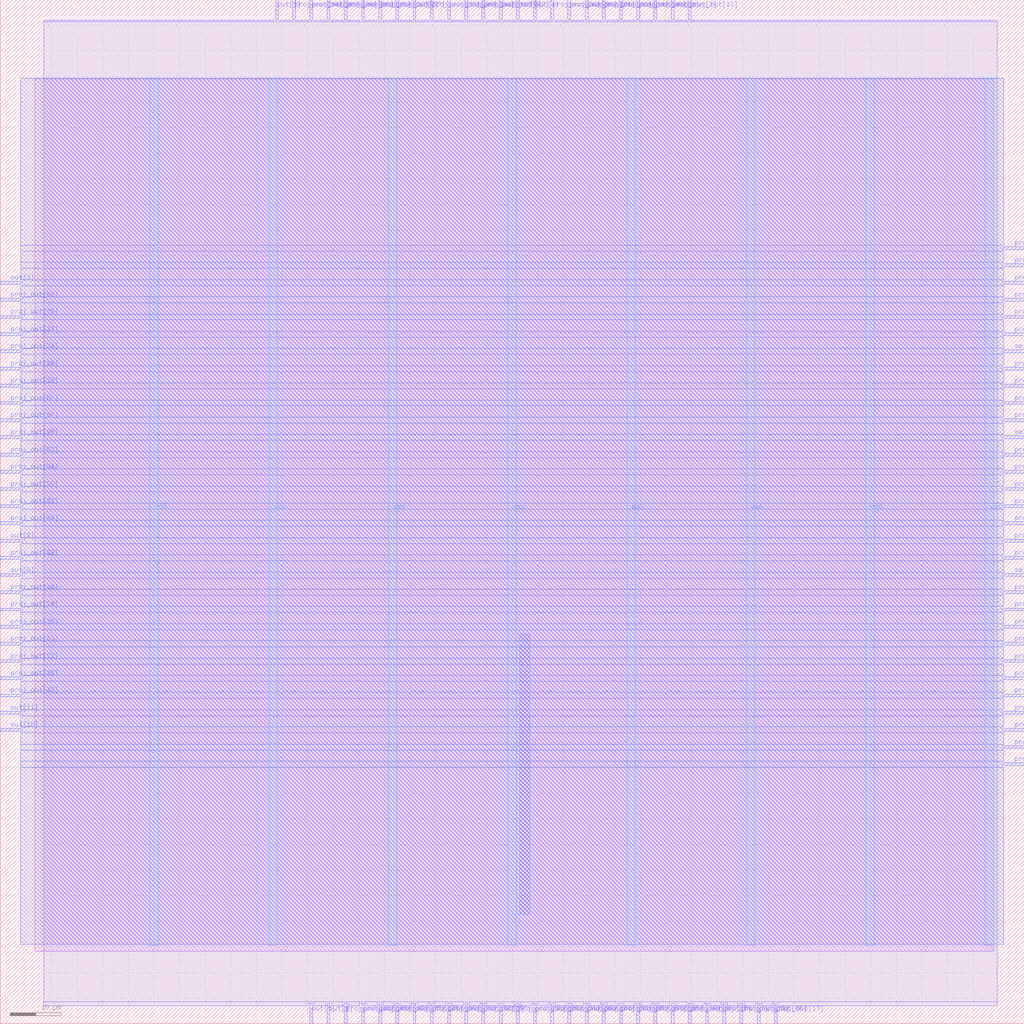
<source format=lef>
VERSION 5.7 ;
  NOWIREEXTENSIONATPIN ON ;
  DIVIDERCHAR "/" ;
  BUSBITCHARS "[]" ;
MACRO output_mux
  CLASS BLOCK ;
  FOREIGN output_mux ;
  ORIGIN 0.000 0.000 ;
  SIZE 200.000 BY 200.000 ;
  PIN out[0]
    DIRECTION OUTPUT TRISTATE ;
    USE SIGNAL ;
    ANTENNADIFFAREA 4.731200 ;
    PORT
      LAYER Metal2 ;
        RECT 100.800 196.000 101.360 200.000 ;
    END
  END out[0]
  PIN out[10]
    DIRECTION OUTPUT TRISTATE ;
    USE SIGNAL ;
    ANTENNADIFFAREA 4.731200 ;
    PORT
      LAYER Metal3 ;
        RECT 0.000 57.120 4.000 57.680 ;
    END
  END out[10]
  PIN out[11]
    DIRECTION OUTPUT TRISTATE ;
    USE SIGNAL ;
    ANTENNADIFFAREA 4.731200 ;
    PORT
      LAYER Metal3 ;
        RECT 0.000 60.480 4.000 61.040 ;
    END
  END out[11]
  PIN out[1]
    DIRECTION OUTPUT TRISTATE ;
    USE SIGNAL ;
    ANTENNADIFFAREA 4.731200 ;
    PORT
      LAYER Metal2 ;
        RECT 53.760 196.000 54.320 200.000 ;
    END
  END out[1]
  PIN out[2]
    DIRECTION OUTPUT TRISTATE ;
    USE SIGNAL ;
    ANTENNADIFFAREA 4.731200 ;
    PORT
      LAYER Metal2 ;
        RECT 80.640 196.000 81.200 200.000 ;
    END
  END out[2]
  PIN out[3]
    DIRECTION OUTPUT TRISTATE ;
    USE SIGNAL ;
    ANTENNADIFFAREA 4.731200 ;
    PORT
      LAYER Metal3 ;
        RECT 0.000 144.480 4.000 145.040 ;
    END
  END out[3]
  PIN out[4]
    DIRECTION OUTPUT TRISTATE ;
    USE SIGNAL ;
    ANTENNADIFFAREA 4.731200 ;
    PORT
      LAYER Metal2 ;
        RECT 104.160 196.000 104.720 200.000 ;
    END
  END out[4]
  PIN out[5]
    DIRECTION OUTPUT TRISTATE ;
    USE SIGNAL ;
    ANTENNADIFFAREA 4.731200 ;
    PORT
      LAYER Metal2 ;
        RECT 60.480 0.000 61.040 4.000 ;
    END
  END out[5]
  PIN out[6]
    DIRECTION OUTPUT TRISTATE ;
    USE SIGNAL ;
    ANTENNADIFFAREA 4.731200 ;
    PORT
      LAYER Metal2 ;
        RECT 63.840 0.000 64.400 4.000 ;
    END
  END out[6]
  PIN out[7]
    DIRECTION OUTPUT TRISTATE ;
    USE SIGNAL ;
    ANTENNADIFFAREA 4.731200 ;
    PORT
      LAYER Metal2 ;
        RECT 97.440 0.000 98.000 4.000 ;
    END
  END out[7]
  PIN out[8]
    DIRECTION OUTPUT TRISTATE ;
    USE SIGNAL ;
    ANTENNADIFFAREA 4.731200 ;
    PORT
      LAYER Metal3 ;
        RECT 0.000 94.080 4.000 94.640 ;
    END
  END out[8]
  PIN out[9]
    DIRECTION OUTPUT TRISTATE ;
    USE SIGNAL ;
    ANTENNADIFFAREA 4.731200 ;
    PORT
      LAYER Metal3 ;
        RECT 0.000 87.360 4.000 87.920 ;
    END
  END out[9]
  PIN proj_out[0]
    DIRECTION INPUT ;
    USE SIGNAL ;
    ANTENNAGATEAREA 0.741000 ;
    ANTENNADIFFAREA 0.410400 ;
    PORT
      LAYER Metal3 ;
        RECT 196.000 151.200 200.000 151.760 ;
    END
  END proj_out[0]
  PIN proj_out[10]
    DIRECTION INPUT ;
    USE SIGNAL ;
    ANTENNAGATEAREA 0.741000 ;
    ANTENNADIFFAREA 0.410400 ;
    PORT
      LAYER Metal3 ;
        RECT 196.000 50.400 200.000 50.960 ;
    END
  END proj_out[10]
  PIN proj_out[11]
    DIRECTION INPUT ;
    USE SIGNAL ;
    ANTENNAGATEAREA 0.741000 ;
    ANTENNADIFFAREA 0.410400 ;
    PORT
      LAYER Metal3 ;
        RECT 196.000 67.200 200.000 67.760 ;
    END
  END proj_out[11]
  PIN proj_out[12]
    DIRECTION INPUT ;
    USE SIGNAL ;
    ANTENNAGATEAREA 0.741000 ;
    ANTENNADIFFAREA 0.410400 ;
    PORT
      LAYER Metal3 ;
        RECT 196.000 120.960 200.000 121.520 ;
    END
  END proj_out[12]
  PIN proj_out[13]
    DIRECTION INPUT ;
    USE SIGNAL ;
    ANTENNAGATEAREA 0.741000 ;
    ANTENNADIFFAREA 0.410400 ;
    PORT
      LAYER Metal2 ;
        RECT 134.400 196.000 134.960 200.000 ;
    END
  END proj_out[13]
  PIN proj_out[14]
    DIRECTION INPUT ;
    USE SIGNAL ;
    ANTENNAGATEAREA 0.741000 ;
    ANTENNADIFFAREA 0.410400 ;
    PORT
      LAYER Metal2 ;
        RECT 120.960 196.000 121.520 200.000 ;
    END
  END proj_out[14]
  PIN proj_out[15]
    DIRECTION INPUT ;
    USE SIGNAL ;
    ANTENNAGATEAREA 0.741000 ;
    ANTENNADIFFAREA 0.410400 ;
    PORT
      LAYER Metal3 ;
        RECT 196.000 134.400 200.000 134.960 ;
    END
  END proj_out[15]
  PIN proj_out[16]
    DIRECTION INPUT ;
    USE SIGNAL ;
    ANTENNAGATEAREA 0.741000 ;
    ANTENNADIFFAREA 0.410400 ;
    PORT
      LAYER Metal3 ;
        RECT 196.000 110.880 200.000 111.440 ;
    END
  END proj_out[16]
  PIN proj_out[17]
    DIRECTION INPUT ;
    USE SIGNAL ;
    ANTENNAGATEAREA 0.741000 ;
    ANTENNADIFFAREA 0.410400 ;
    PORT
      LAYER Metal2 ;
        RECT 151.200 0.000 151.760 4.000 ;
    END
  END proj_out[17]
  PIN proj_out[18]
    DIRECTION INPUT ;
    USE SIGNAL ;
    ANTENNAGATEAREA 0.741000 ;
    ANTENNADIFFAREA 0.410400 ;
    PORT
      LAYER Metal2 ;
        RECT 131.040 0.000 131.600 4.000 ;
    END
  END proj_out[18]
  PIN proj_out[19]
    DIRECTION INPUT ;
    USE SIGNAL ;
    ANTENNAGATEAREA 0.741000 ;
    ANTENNADIFFAREA 0.410400 ;
    PORT
      LAYER Metal2 ;
        RECT 144.480 0.000 145.040 4.000 ;
    END
  END proj_out[19]
  PIN proj_out[1]
    DIRECTION INPUT ;
    USE SIGNAL ;
    ANTENNAGATEAREA 0.741000 ;
    ANTENNADIFFAREA 0.410400 ;
    PORT
      LAYER Metal2 ;
        RECT 131.040 196.000 131.600 200.000 ;
    END
  END proj_out[1]
  PIN proj_out[20]
    DIRECTION INPUT ;
    USE SIGNAL ;
    ANTENNAGATEAREA 0.741000 ;
    ANTENNADIFFAREA 0.410400 ;
    PORT
      LAYER Metal3 ;
        RECT 196.000 97.440 200.000 98.000 ;
    END
  END proj_out[20]
  PIN proj_out[21]
    DIRECTION INPUT ;
    USE SIGNAL ;
    ANTENNAGATEAREA 0.741000 ;
    ANTENNADIFFAREA 0.410400 ;
    PORT
      LAYER Metal3 ;
        RECT 196.000 63.840 200.000 64.400 ;
    END
  END proj_out[21]
  PIN proj_out[22]
    DIRECTION INPUT ;
    USE SIGNAL ;
    ANTENNAGATEAREA 0.741000 ;
    ANTENNADIFFAREA 0.410400 ;
    PORT
      LAYER Metal3 ;
        RECT 196.000 60.480 200.000 61.040 ;
    END
  END proj_out[22]
  PIN proj_out[23]
    DIRECTION INPUT ;
    USE SIGNAL ;
    ANTENNAGATEAREA 0.741000 ;
    ANTENNADIFFAREA 0.410400 ;
    PORT
      LAYER Metal3 ;
        RECT 196.000 84.000 200.000 84.560 ;
    END
  END proj_out[23]
  PIN proj_out[24]
    DIRECTION INPUT ;
    USE SIGNAL ;
    ANTENNAGATEAREA 0.741000 ;
    ANTENNADIFFAREA 0.410400 ;
    PORT
      LAYER Metal3 ;
        RECT 0.000 131.040 4.000 131.600 ;
    END
  END proj_out[24]
  PIN proj_out[25]
    DIRECTION INPUT ;
    USE SIGNAL ;
    ANTENNAGATEAREA 0.741000 ;
    ANTENNADIFFAREA 0.410400 ;
    PORT
      LAYER Metal2 ;
        RECT 70.560 196.000 71.120 200.000 ;
    END
  END proj_out[25]
  PIN proj_out[26]
    DIRECTION INPUT ;
    USE SIGNAL ;
    ANTENNAGATEAREA 0.741000 ;
    ANTENNADIFFAREA 0.410400 ;
    PORT
      LAYER Metal2 ;
        RECT 73.920 196.000 74.480 200.000 ;
    END
  END proj_out[26]
  PIN proj_out[27]
    DIRECTION INPUT ;
    USE SIGNAL ;
    ANTENNAGATEAREA 0.741000 ;
    ANTENNADIFFAREA 0.410400 ;
    PORT
      LAYER Metal3 ;
        RECT 0.000 134.400 4.000 134.960 ;
    END
  END proj_out[27]
  PIN proj_out[28]
    DIRECTION INPUT ;
    USE SIGNAL ;
    ANTENNAGATEAREA 0.741000 ;
    ANTENNADIFFAREA 0.410400 ;
    PORT
      LAYER Metal2 ;
        RECT 107.520 196.000 108.080 200.000 ;
    END
  END proj_out[28]
  PIN proj_out[29]
    DIRECTION INPUT ;
    USE SIGNAL ;
    ANTENNAGATEAREA 0.741000 ;
    ANTENNADIFFAREA 0.410400 ;
    PORT
      LAYER Metal2 ;
        RECT 104.160 0.000 104.720 4.000 ;
    END
  END proj_out[29]
  PIN proj_out[2]
    DIRECTION INPUT ;
    USE SIGNAL ;
    ANTENNAGATEAREA 0.741000 ;
    ANTENNADIFFAREA 0.410400 ;
    PORT
      LAYER Metal2 ;
        RECT 127.680 196.000 128.240 200.000 ;
    END
  END proj_out[2]
  PIN proj_out[30]
    DIRECTION INPUT ;
    USE SIGNAL ;
    ANTENNAGATEAREA 0.741000 ;
    ANTENNADIFFAREA 0.410400 ;
    PORT
      LAYER Metal2 ;
        RECT 100.800 0.000 101.360 4.000 ;
    END
  END proj_out[30]
  PIN proj_out[31]
    DIRECTION INPUT ;
    USE SIGNAL ;
    ANTENNAGATEAREA 0.741000 ;
    ANTENNADIFFAREA 0.410400 ;
    PORT
      LAYER Metal2 ;
        RECT 107.520 0.000 108.080 4.000 ;
    END
  END proj_out[31]
  PIN proj_out[32]
    DIRECTION INPUT ;
    USE SIGNAL ;
    ANTENNAGATEAREA 0.741000 ;
    ANTENNADIFFAREA 0.410400 ;
    PORT
      LAYER Metal3 ;
        RECT 0.000 70.560 4.000 71.120 ;
    END
  END proj_out[32]
  PIN proj_out[33]
    DIRECTION INPUT ;
    USE SIGNAL ;
    ANTENNAGATEAREA 0.741000 ;
    ANTENNADIFFAREA 0.410400 ;
    PORT
      LAYER Metal3 ;
        RECT 0.000 73.920 4.000 74.480 ;
    END
  END proj_out[33]
  PIN proj_out[34]
    DIRECTION INPUT ;
    USE SIGNAL ;
    ANTENNAGATEAREA 0.741000 ;
    ANTENNADIFFAREA 0.410400 ;
    PORT
      LAYER Metal3 ;
        RECT 0.000 80.640 4.000 81.200 ;
    END
  END proj_out[34]
  PIN proj_out[35]
    DIRECTION INPUT ;
    USE SIGNAL ;
    ANTENNAGATEAREA 0.741000 ;
    ANTENNADIFFAREA 0.410400 ;
    PORT
      LAYER Metal3 ;
        RECT 0.000 77.280 4.000 77.840 ;
    END
  END proj_out[35]
  PIN proj_out[36]
    DIRECTION INPUT ;
    USE SIGNAL ;
    ANTENNAGATEAREA 0.741000 ;
    ANTENNADIFFAREA 0.410400 ;
    PORT
      LAYER Metal3 ;
        RECT 0.000 127.680 4.000 128.240 ;
    END
  END proj_out[36]
  PIN proj_out[37]
    DIRECTION INPUT ;
    USE SIGNAL ;
    ANTENNAGATEAREA 0.741000 ;
    ANTENNADIFFAREA 0.410400 ;
    PORT
      LAYER Metal2 ;
        RECT 77.280 196.000 77.840 200.000 ;
    END
  END proj_out[37]
  PIN proj_out[38]
    DIRECTION INPUT ;
    USE SIGNAL ;
    ANTENNAGATEAREA 0.741000 ;
    ANTENNADIFFAREA 0.410400 ;
    PORT
      LAYER Metal2 ;
        RECT 63.840 196.000 64.400 200.000 ;
    END
  END proj_out[38]
  PIN proj_out[39]
    DIRECTION INPUT ;
    USE SIGNAL ;
    ANTENNAGATEAREA 0.741000 ;
    ANTENNADIFFAREA 0.410400 ;
    PORT
      LAYER Metal3 ;
        RECT 0.000 124.320 4.000 124.880 ;
    END
  END proj_out[39]
  PIN proj_out[3]
    DIRECTION INPUT ;
    USE SIGNAL ;
    ANTENNAGATEAREA 0.741000 ;
    ANTENNADIFFAREA 0.410400 ;
    PORT
      LAYER Metal3 ;
        RECT 196.000 141.120 200.000 141.680 ;
    END
  END proj_out[3]
  PIN proj_out[40]
    DIRECTION INPUT ;
    USE SIGNAL ;
    ANTENNAGATEAREA 0.741000 ;
    ANTENNADIFFAREA 0.410400 ;
    PORT
      LAYER Metal3 ;
        RECT 196.000 104.160 200.000 104.720 ;
    END
  END proj_out[40]
  PIN proj_out[41]
    DIRECTION INPUT ;
    USE SIGNAL ;
    ANTENNAGATEAREA 0.741000 ;
    ANTENNADIFFAREA 0.410400 ;
    PORT
      LAYER Metal2 ;
        RECT 67.200 0.000 67.760 4.000 ;
    END
  END proj_out[41]
  PIN proj_out[42]
    DIRECTION INPUT ;
    USE SIGNAL ;
    ANTENNAGATEAREA 0.741000 ;
    ANTENNADIFFAREA 0.410400 ;
    PORT
      LAYER Metal2 ;
        RECT 73.920 0.000 74.480 4.000 ;
    END
  END proj_out[42]
  PIN proj_out[43]
    DIRECTION INPUT ;
    USE SIGNAL ;
    ANTENNAGATEAREA 0.741000 ;
    ANTENNADIFFAREA 0.410400 ;
    PORT
      LAYER Metal2 ;
        RECT 70.560 0.000 71.120 4.000 ;
    END
  END proj_out[43]
  PIN proj_out[44]
    DIRECTION INPUT ;
    USE SIGNAL ;
    ANTENNAGATEAREA 0.741000 ;
    ANTENNADIFFAREA 0.410400 ;
    PORT
      LAYER Metal3 ;
        RECT 0.000 97.440 4.000 98.000 ;
    END
  END proj_out[44]
  PIN proj_out[45]
    DIRECTION INPUT ;
    USE SIGNAL ;
    ANTENNAGATEAREA 0.741000 ;
    ANTENNADIFFAREA 0.410400 ;
    PORT
      LAYER Metal3 ;
        RECT 0.000 67.200 4.000 67.760 ;
    END
  END proj_out[45]
  PIN proj_out[46]
    DIRECTION INPUT ;
    USE SIGNAL ;
    ANTENNAGATEAREA 0.741000 ;
    ANTENNADIFFAREA 0.410400 ;
    PORT
      LAYER Metal3 ;
        RECT 0.000 84.000 4.000 84.560 ;
    END
  END proj_out[46]
  PIN proj_out[47]
    DIRECTION INPUT ;
    USE SIGNAL ;
    ANTENNAGATEAREA 0.741000 ;
    ANTENNADIFFAREA 0.410400 ;
    PORT
      LAYER Metal3 ;
        RECT 0.000 63.840 4.000 64.400 ;
    END
  END proj_out[47]
  PIN proj_out[48]
    DIRECTION INPUT ;
    USE SIGNAL ;
    ANTENNAGATEAREA 0.741000 ;
    ANTENNADIFFAREA 0.410400 ;
    PORT
      LAYER Metal3 ;
        RECT 196.000 137.760 200.000 138.320 ;
    END
  END proj_out[48]
  PIN proj_out[49]
    DIRECTION INPUT ;
    USE SIGNAL ;
    ANTENNAGATEAREA 0.741000 ;
    ANTENNADIFFAREA 0.410400 ;
    PORT
      LAYER Metal2 ;
        RECT 124.320 196.000 124.880 200.000 ;
    END
  END proj_out[49]
  PIN proj_out[4]
    DIRECTION INPUT ;
    USE SIGNAL ;
    ANTENNAGATEAREA 0.741000 ;
    ANTENNADIFFAREA 0.410400 ;
    PORT
      LAYER Metal3 ;
        RECT 196.000 107.520 200.000 108.080 ;
    END
  END proj_out[4]
  PIN proj_out[50]
    DIRECTION INPUT ;
    USE SIGNAL ;
    ANTENNAGATEAREA 0.741000 ;
    ANTENNADIFFAREA 0.410400 ;
    PORT
      LAYER Metal2 ;
        RECT 110.880 196.000 111.440 200.000 ;
    END
  END proj_out[50]
  PIN proj_out[51]
    DIRECTION INPUT ;
    USE SIGNAL ;
    ANTENNAGATEAREA 0.741000 ;
    ANTENNADIFFAREA 0.410400 ;
    PORT
      LAYER Metal3 ;
        RECT 196.000 144.480 200.000 145.040 ;
    END
  END proj_out[51]
  PIN proj_out[52]
    DIRECTION INPUT ;
    USE SIGNAL ;
    ANTENNAGATEAREA 0.741000 ;
    ANTENNADIFFAREA 0.410400 ;
    PORT
      LAYER Metal3 ;
        RECT 196.000 117.600 200.000 118.160 ;
    END
  END proj_out[52]
  PIN proj_out[53]
    DIRECTION INPUT ;
    USE SIGNAL ;
    ANTENNAGATEAREA 0.741000 ;
    ANTENNADIFFAREA 0.410400 ;
    PORT
      LAYER Metal2 ;
        RECT 117.600 0.000 118.160 4.000 ;
    END
  END proj_out[53]
  PIN proj_out[54]
    DIRECTION INPUT ;
    USE SIGNAL ;
    ANTENNAGATEAREA 0.741000 ;
    ANTENNADIFFAREA 0.410400 ;
    PORT
      LAYER Metal2 ;
        RECT 114.240 0.000 114.800 4.000 ;
    END
  END proj_out[54]
  PIN proj_out[55]
    DIRECTION INPUT ;
    USE SIGNAL ;
    ANTENNAGATEAREA 0.741000 ;
    ANTENNADIFFAREA 0.410400 ;
    PORT
      LAYER Metal2 ;
        RECT 120.960 0.000 121.520 4.000 ;
    END
  END proj_out[55]
  PIN proj_out[56]
    DIRECTION INPUT ;
    USE SIGNAL ;
    ANTENNAGATEAREA 0.741000 ;
    ANTENNADIFFAREA 0.410400 ;
    PORT
      LAYER Metal3 ;
        RECT 196.000 100.800 200.000 101.360 ;
    END
  END proj_out[56]
  PIN proj_out[57]
    DIRECTION INPUT ;
    USE SIGNAL ;
    ANTENNAGATEAREA 0.741000 ;
    ANTENNADIFFAREA 0.410400 ;
    PORT
      LAYER Metal3 ;
        RECT 196.000 57.120 200.000 57.680 ;
    END
  END proj_out[57]
  PIN proj_out[58]
    DIRECTION INPUT ;
    USE SIGNAL ;
    ANTENNAGATEAREA 0.741000 ;
    ANTENNADIFFAREA 0.410400 ;
    PORT
      LAYER Metal3 ;
        RECT 196.000 53.760 200.000 54.320 ;
    END
  END proj_out[58]
  PIN proj_out[59]
    DIRECTION INPUT ;
    USE SIGNAL ;
    ANTENNAGATEAREA 0.741000 ;
    ANTENNADIFFAREA 0.410400 ;
    PORT
      LAYER Metal2 ;
        RECT 110.880 0.000 111.440 4.000 ;
    END
  END proj_out[59]
  PIN proj_out[5]
    DIRECTION INPUT ;
    USE SIGNAL ;
    ANTENNAGATEAREA 0.741000 ;
    ANTENNADIFFAREA 0.410400 ;
    PORT
      LAYER Metal2 ;
        RECT 137.760 0.000 138.320 4.000 ;
    END
  END proj_out[5]
  PIN proj_out[60]
    DIRECTION INPUT ;
    USE SIGNAL ;
    ANTENNAGATEAREA 0.741000 ;
    ANTENNADIFFAREA 0.410400 ;
    PORT
      LAYER Metal3 ;
        RECT 196.000 127.680 200.000 128.240 ;
    END
  END proj_out[60]
  PIN proj_out[61]
    DIRECTION INPUT ;
    USE SIGNAL ;
    ANTENNAGATEAREA 0.741000 ;
    ANTENNADIFFAREA 0.410400 ;
    PORT
      LAYER Metal2 ;
        RECT 114.240 196.000 114.800 200.000 ;
    END
  END proj_out[61]
  PIN proj_out[62]
    DIRECTION INPUT ;
    USE SIGNAL ;
    ANTENNAGATEAREA 0.741000 ;
    ANTENNADIFFAREA 0.410400 ;
    PORT
      LAYER Metal2 ;
        RECT 117.600 196.000 118.160 200.000 ;
    END
  END proj_out[62]
  PIN proj_out[63]
    DIRECTION INPUT ;
    USE SIGNAL ;
    ANTENNAGATEAREA 0.741000 ;
    ANTENNADIFFAREA 0.410400 ;
    PORT
      LAYER Metal3 ;
        RECT 196.000 124.320 200.000 124.880 ;
    END
  END proj_out[63]
  PIN proj_out[64]
    DIRECTION INPUT ;
    USE SIGNAL ;
    ANTENNAGATEAREA 0.741000 ;
    ANTENNADIFFAREA 0.410400 ;
    PORT
      LAYER Metal3 ;
        RECT 196.000 147.840 200.000 148.400 ;
    END
  END proj_out[64]
  PIN proj_out[65]
    DIRECTION INPUT ;
    USE SIGNAL ;
    ANTENNAGATEAREA 0.741000 ;
    ANTENNADIFFAREA 0.410400 ;
    PORT
      LAYER Metal2 ;
        RECT 127.680 0.000 128.240 4.000 ;
    END
  END proj_out[65]
  PIN proj_out[66]
    DIRECTION INPUT ;
    USE SIGNAL ;
    ANTENNAGATEAREA 0.741000 ;
    ANTENNADIFFAREA 0.410400 ;
    PORT
      LAYER Metal2 ;
        RECT 147.840 0.000 148.400 4.000 ;
    END
  END proj_out[66]
  PIN proj_out[67]
    DIRECTION INPUT ;
    USE SIGNAL ;
    ANTENNAGATEAREA 0.741000 ;
    ANTENNADIFFAREA 0.410400 ;
    PORT
      LAYER Metal2 ;
        RECT 124.320 0.000 124.880 4.000 ;
    END
  END proj_out[67]
  PIN proj_out[68]
    DIRECTION INPUT ;
    USE SIGNAL ;
    ANTENNAGATEAREA 0.741000 ;
    ANTENNADIFFAREA 0.410400 ;
    PORT
      LAYER Metal3 ;
        RECT 196.000 94.080 200.000 94.640 ;
    END
  END proj_out[68]
  PIN proj_out[69]
    DIRECTION INPUT ;
    USE SIGNAL ;
    ANTENNAGATEAREA 0.741000 ;
    ANTENNADIFFAREA 0.410400 ;
    PORT
      LAYER Metal3 ;
        RECT 196.000 77.280 200.000 77.840 ;
    END
  END proj_out[69]
  PIN proj_out[6]
    DIRECTION INPUT ;
    USE SIGNAL ;
    ANTENNAGATEAREA 0.741000 ;
    ANTENNADIFFAREA 0.410400 ;
    PORT
      LAYER Metal2 ;
        RECT 134.400 0.000 134.960 4.000 ;
    END
  END proj_out[6]
  PIN proj_out[70]
    DIRECTION INPUT ;
    USE SIGNAL ;
    ANTENNAGATEAREA 0.741000 ;
    ANTENNADIFFAREA 0.410400 ;
    PORT
      LAYER Metal3 ;
        RECT 196.000 73.920 200.000 74.480 ;
    END
  END proj_out[70]
  PIN proj_out[71]
    DIRECTION INPUT ;
    USE SIGNAL ;
    ANTENNAGATEAREA 0.741000 ;
    ANTENNADIFFAREA 0.410400 ;
    PORT
      LAYER Metal3 ;
        RECT 196.000 80.640 200.000 81.200 ;
    END
  END proj_out[71]
  PIN proj_out[72]
    DIRECTION INPUT ;
    USE SIGNAL ;
    ANTENNAGATEAREA 0.741000 ;
    ANTENNADIFFAREA 0.410400 ;
    PORT
      LAYER Metal2 ;
        RECT 97.440 196.000 98.000 200.000 ;
    END
  END proj_out[72]
  PIN proj_out[73]
    DIRECTION INPUT ;
    USE SIGNAL ;
    ANTENNAGATEAREA 0.498500 ;
    ANTENNADIFFAREA 0.410400 ;
    PORT
      LAYER Metal2 ;
        RECT 84.000 196.000 84.560 200.000 ;
    END
  END proj_out[73]
  PIN proj_out[74]
    DIRECTION INPUT ;
    USE SIGNAL ;
    ANTENNAGATEAREA 0.498500 ;
    ANTENNADIFFAREA 0.410400 ;
    PORT
      LAYER Metal2 ;
        RECT 57.120 196.000 57.680 200.000 ;
    END
  END proj_out[74]
  PIN proj_out[75]
    DIRECTION INPUT ;
    USE SIGNAL ;
    ANTENNAGATEAREA 0.498500 ;
    ANTENNADIFFAREA 0.410400 ;
    PORT
      LAYER Metal3 ;
        RECT 0.000 137.760 4.000 138.320 ;
    END
  END proj_out[75]
  PIN proj_out[76]
    DIRECTION INPUT ;
    USE SIGNAL ;
    ANTENNAGATEAREA 0.741000 ;
    ANTENNADIFFAREA 0.410400 ;
    PORT
      LAYER Metal2 ;
        RECT 94.080 196.000 94.640 200.000 ;
    END
  END proj_out[76]
  PIN proj_out[77]
    DIRECTION INPUT ;
    USE SIGNAL ;
    ANTENNAGATEAREA 0.741000 ;
    ANTENNADIFFAREA 0.410400 ;
    PORT
      LAYER Metal2 ;
        RECT 77.280 0.000 77.840 4.000 ;
    END
  END proj_out[77]
  PIN proj_out[78]
    DIRECTION INPUT ;
    USE SIGNAL ;
    ANTENNAGATEAREA 0.741000 ;
    ANTENNADIFFAREA 0.410400 ;
    PORT
      LAYER Metal2 ;
        RECT 90.720 0.000 91.280 4.000 ;
    END
  END proj_out[78]
  PIN proj_out[79]
    DIRECTION INPUT ;
    USE SIGNAL ;
    ANTENNAGATEAREA 0.741000 ;
    ANTENNADIFFAREA 0.410400 ;
    PORT
      LAYER Metal2 ;
        RECT 87.360 0.000 87.920 4.000 ;
    END
  END proj_out[79]
  PIN proj_out[7]
    DIRECTION INPUT ;
    USE SIGNAL ;
    ANTENNAGATEAREA 0.741000 ;
    ANTENNADIFFAREA 0.410400 ;
    PORT
      LAYER Metal2 ;
        RECT 141.120 0.000 141.680 4.000 ;
    END
  END proj_out[7]
  PIN proj_out[80]
    DIRECTION INPUT ;
    USE SIGNAL ;
    ANTENNAGATEAREA 0.498500 ;
    ANTENNADIFFAREA 0.410400 ;
    PORT
      LAYER Metal3 ;
        RECT 0.000 120.960 4.000 121.520 ;
    END
  END proj_out[80]
  PIN proj_out[81]
    DIRECTION INPUT ;
    USE SIGNAL ;
    ANTENNAGATEAREA 0.498500 ;
    ANTENNADIFFAREA 0.410400 ;
    PORT
      LAYER Metal3 ;
        RECT 0.000 100.800 4.000 101.360 ;
    END
  END proj_out[81]
  PIN proj_out[82]
    DIRECTION INPUT ;
    USE SIGNAL ;
    ANTENNAGATEAREA 0.498500 ;
    ANTENNADIFFAREA 0.410400 ;
    PORT
      LAYER Metal3 ;
        RECT 0.000 90.720 4.000 91.280 ;
    END
  END proj_out[82]
  PIN proj_out[83]
    DIRECTION INPUT ;
    USE SIGNAL ;
    ANTENNAGATEAREA 0.498500 ;
    ANTENNADIFFAREA 0.410400 ;
    PORT
      LAYER Metal3 ;
        RECT 0.000 110.880 4.000 111.440 ;
    END
  END proj_out[83]
  PIN proj_out[84]
    DIRECTION INPUT ;
    USE SIGNAL ;
    ANTENNAGATEAREA 0.741000 ;
    ANTENNADIFFAREA 0.410400 ;
    PORT
      LAYER Metal2 ;
        RECT 90.720 196.000 91.280 200.000 ;
    END
  END proj_out[84]
  PIN proj_out[85]
    DIRECTION INPUT ;
    USE SIGNAL ;
    ANTENNAGATEAREA 0.498500 ;
    ANTENNADIFFAREA 0.410400 ;
    PORT
      LAYER Metal2 ;
        RECT 67.200 196.000 67.760 200.000 ;
    END
  END proj_out[85]
  PIN proj_out[86]
    DIRECTION INPUT ;
    USE SIGNAL ;
    ANTENNAGATEAREA 0.498500 ;
    ANTENNADIFFAREA 0.410400 ;
    PORT
      LAYER Metal2 ;
        RECT 60.480 196.000 61.040 200.000 ;
    END
  END proj_out[86]
  PIN proj_out[87]
    DIRECTION INPUT ;
    USE SIGNAL ;
    ANTENNAGATEAREA 0.498500 ;
    ANTENNADIFFAREA 0.410400 ;
    PORT
      LAYER Metal3 ;
        RECT 0.000 117.600 4.000 118.160 ;
    END
  END proj_out[87]
  PIN proj_out[88]
    DIRECTION INPUT ;
    USE SIGNAL ;
    ANTENNAGATEAREA 0.741000 ;
    ANTENNADIFFAREA 0.410400 ;
    PORT
      LAYER Metal2 ;
        RECT 87.360 196.000 87.920 200.000 ;
    END
  END proj_out[88]
  PIN proj_out[89]
    DIRECTION INPUT ;
    USE SIGNAL ;
    ANTENNAGATEAREA 0.741000 ;
    ANTENNADIFFAREA 0.410400 ;
    PORT
      LAYER Metal2 ;
        RECT 84.000 0.000 84.560 4.000 ;
    END
  END proj_out[89]
  PIN proj_out[8]
    DIRECTION INPUT ;
    USE SIGNAL ;
    ANTENNAGATEAREA 0.741000 ;
    ANTENNADIFFAREA 0.410400 ;
    PORT
      LAYER Metal3 ;
        RECT 196.000 90.720 200.000 91.280 ;
    END
  END proj_out[8]
  PIN proj_out[90]
    DIRECTION INPUT ;
    USE SIGNAL ;
    ANTENNAGATEAREA 0.741000 ;
    ANTENNADIFFAREA 0.410400 ;
    PORT
      LAYER Metal2 ;
        RECT 94.080 0.000 94.640 4.000 ;
    END
  END proj_out[90]
  PIN proj_out[91]
    DIRECTION INPUT ;
    USE SIGNAL ;
    ANTENNAGATEAREA 0.741000 ;
    ANTENNADIFFAREA 0.410400 ;
    PORT
      LAYER Metal2 ;
        RECT 80.640 0.000 81.200 4.000 ;
    END
  END proj_out[91]
  PIN proj_out[92]
    DIRECTION INPUT ;
    USE SIGNAL ;
    ANTENNAGATEAREA 0.498500 ;
    ANTENNADIFFAREA 0.410400 ;
    PORT
      LAYER Metal3 ;
        RECT 0.000 141.120 4.000 141.680 ;
    END
  END proj_out[92]
  PIN proj_out[93]
    DIRECTION INPUT ;
    USE SIGNAL ;
    ANTENNAGATEAREA 0.498500 ;
    ANTENNADIFFAREA 0.410400 ;
    PORT
      LAYER Metal3 ;
        RECT 0.000 104.160 4.000 104.720 ;
    END
  END proj_out[93]
  PIN proj_out[94]
    DIRECTION INPUT ;
    USE SIGNAL ;
    ANTENNAGATEAREA 0.498500 ;
    ANTENNADIFFAREA 0.410400 ;
    PORT
      LAYER Metal3 ;
        RECT 0.000 107.520 4.000 108.080 ;
    END
  END proj_out[94]
  PIN proj_out[95]
    DIRECTION INPUT ;
    USE SIGNAL ;
    ANTENNAGATEAREA 0.498500 ;
    ANTENNADIFFAREA 0.410400 ;
    PORT
      LAYER Metal3 ;
        RECT 0.000 114.240 4.000 114.800 ;
    END
  END proj_out[95]
  PIN proj_out[9]
    DIRECTION INPUT ;
    USE SIGNAL ;
    ANTENNAGATEAREA 0.741000 ;
    ANTENNADIFFAREA 0.410400 ;
    PORT
      LAYER Metal3 ;
        RECT 196.000 70.560 200.000 71.120 ;
    END
  END proj_out[9]
  PIN sel[0]
    DIRECTION INPUT ;
    USE SIGNAL ;
    ANTENNAGATEAREA 0.498500 ;
    ANTENNADIFFAREA 0.410400 ;
    PORT
      LAYER Metal3 ;
        RECT 196.000 114.240 200.000 114.800 ;
    END
  END sel[0]
  PIN sel[1]
    DIRECTION INPUT ;
    USE SIGNAL ;
    ANTENNAGATEAREA 0.726000 ;
    ANTENNADIFFAREA 0.410400 ;
    PORT
      LAYER Metal3 ;
        RECT 196.000 131.040 200.000 131.600 ;
    END
  END sel[1]
  PIN sel[2]
    DIRECTION INPUT ;
    USE SIGNAL ;
    ANTENNAGATEAREA 0.741000 ;
    ANTENNADIFFAREA 0.410400 ;
    PORT
      LAYER Metal3 ;
        RECT 196.000 87.360 200.000 87.920 ;
    END
  END sel[2]
  PIN vdd
    DIRECTION INOUT ;
    USE POWER ;
    PORT
      LAYER Metal4 ;
        RECT 29.230 15.380 30.830 184.540 ;
    END
    PORT
      LAYER Metal4 ;
        RECT 75.850 15.380 77.450 184.540 ;
    END
    PORT
      LAYER Metal4 ;
        RECT 122.470 15.380 124.070 184.540 ;
    END
    PORT
      LAYER Metal4 ;
        RECT 169.090 15.380 170.690 184.540 ;
    END
  END vdd
  PIN vss
    DIRECTION INOUT ;
    USE GROUND ;
    PORT
      LAYER Metal4 ;
        RECT 52.540 15.380 54.140 184.540 ;
    END
    PORT
      LAYER Metal4 ;
        RECT 99.160 15.380 100.760 184.540 ;
    END
    PORT
      LAYER Metal4 ;
        RECT 145.780 15.380 147.380 184.540 ;
    END
    PORT
      LAYER Metal4 ;
        RECT 192.400 15.380 194.000 184.540 ;
    END
  END vss
  OBS
      LAYER Metal1 ;
        RECT 6.720 14.150 194.000 184.540 ;
      LAYER Metal2 ;
        RECT 8.540 195.700 53.460 196.000 ;
        RECT 54.620 195.700 56.820 196.000 ;
        RECT 57.980 195.700 60.180 196.000 ;
        RECT 61.340 195.700 63.540 196.000 ;
        RECT 64.700 195.700 66.900 196.000 ;
        RECT 68.060 195.700 70.260 196.000 ;
        RECT 71.420 195.700 73.620 196.000 ;
        RECT 74.780 195.700 76.980 196.000 ;
        RECT 78.140 195.700 80.340 196.000 ;
        RECT 81.500 195.700 83.700 196.000 ;
        RECT 84.860 195.700 87.060 196.000 ;
        RECT 88.220 195.700 90.420 196.000 ;
        RECT 91.580 195.700 93.780 196.000 ;
        RECT 94.940 195.700 97.140 196.000 ;
        RECT 98.300 195.700 100.500 196.000 ;
        RECT 101.660 195.700 103.860 196.000 ;
        RECT 105.020 195.700 107.220 196.000 ;
        RECT 108.380 195.700 110.580 196.000 ;
        RECT 111.740 195.700 113.940 196.000 ;
        RECT 115.100 195.700 117.300 196.000 ;
        RECT 118.460 195.700 120.660 196.000 ;
        RECT 121.820 195.700 124.020 196.000 ;
        RECT 125.180 195.700 127.380 196.000 ;
        RECT 128.540 195.700 130.740 196.000 ;
        RECT 131.900 195.700 134.100 196.000 ;
        RECT 135.260 195.700 194.740 196.000 ;
        RECT 8.540 4.300 194.740 195.700 ;
        RECT 8.540 3.500 60.180 4.300 ;
        RECT 61.340 3.500 63.540 4.300 ;
        RECT 64.700 3.500 66.900 4.300 ;
        RECT 68.060 3.500 70.260 4.300 ;
        RECT 71.420 3.500 73.620 4.300 ;
        RECT 74.780 3.500 76.980 4.300 ;
        RECT 78.140 3.500 80.340 4.300 ;
        RECT 81.500 3.500 83.700 4.300 ;
        RECT 84.860 3.500 87.060 4.300 ;
        RECT 88.220 3.500 90.420 4.300 ;
        RECT 91.580 3.500 93.780 4.300 ;
        RECT 94.940 3.500 97.140 4.300 ;
        RECT 98.300 3.500 100.500 4.300 ;
        RECT 101.660 3.500 103.860 4.300 ;
        RECT 105.020 3.500 107.220 4.300 ;
        RECT 108.380 3.500 110.580 4.300 ;
        RECT 111.740 3.500 113.940 4.300 ;
        RECT 115.100 3.500 117.300 4.300 ;
        RECT 118.460 3.500 120.660 4.300 ;
        RECT 121.820 3.500 124.020 4.300 ;
        RECT 125.180 3.500 127.380 4.300 ;
        RECT 128.540 3.500 130.740 4.300 ;
        RECT 131.900 3.500 134.100 4.300 ;
        RECT 135.260 3.500 137.460 4.300 ;
        RECT 138.620 3.500 140.820 4.300 ;
        RECT 141.980 3.500 144.180 4.300 ;
        RECT 145.340 3.500 147.540 4.300 ;
        RECT 148.700 3.500 150.900 4.300 ;
        RECT 152.060 3.500 194.740 4.300 ;
      LAYER Metal3 ;
        RECT 4.000 152.060 196.000 184.660 ;
        RECT 4.000 150.900 195.700 152.060 ;
        RECT 4.000 148.700 196.000 150.900 ;
        RECT 4.000 147.540 195.700 148.700 ;
        RECT 4.000 145.340 196.000 147.540 ;
        RECT 4.300 144.180 195.700 145.340 ;
        RECT 4.000 141.980 196.000 144.180 ;
        RECT 4.300 140.820 195.700 141.980 ;
        RECT 4.000 138.620 196.000 140.820 ;
        RECT 4.300 137.460 195.700 138.620 ;
        RECT 4.000 135.260 196.000 137.460 ;
        RECT 4.300 134.100 195.700 135.260 ;
        RECT 4.000 131.900 196.000 134.100 ;
        RECT 4.300 130.740 195.700 131.900 ;
        RECT 4.000 128.540 196.000 130.740 ;
        RECT 4.300 127.380 195.700 128.540 ;
        RECT 4.000 125.180 196.000 127.380 ;
        RECT 4.300 124.020 195.700 125.180 ;
        RECT 4.000 121.820 196.000 124.020 ;
        RECT 4.300 120.660 195.700 121.820 ;
        RECT 4.000 118.460 196.000 120.660 ;
        RECT 4.300 117.300 195.700 118.460 ;
        RECT 4.000 115.100 196.000 117.300 ;
        RECT 4.300 113.940 195.700 115.100 ;
        RECT 4.000 111.740 196.000 113.940 ;
        RECT 4.300 110.580 195.700 111.740 ;
        RECT 4.000 108.380 196.000 110.580 ;
        RECT 4.300 107.220 195.700 108.380 ;
        RECT 4.000 105.020 196.000 107.220 ;
        RECT 4.300 103.860 195.700 105.020 ;
        RECT 4.000 101.660 196.000 103.860 ;
        RECT 4.300 100.500 195.700 101.660 ;
        RECT 4.000 98.300 196.000 100.500 ;
        RECT 4.300 97.140 195.700 98.300 ;
        RECT 4.000 94.940 196.000 97.140 ;
        RECT 4.300 93.780 195.700 94.940 ;
        RECT 4.000 91.580 196.000 93.780 ;
        RECT 4.300 90.420 195.700 91.580 ;
        RECT 4.000 88.220 196.000 90.420 ;
        RECT 4.300 87.060 195.700 88.220 ;
        RECT 4.000 84.860 196.000 87.060 ;
        RECT 4.300 83.700 195.700 84.860 ;
        RECT 4.000 81.500 196.000 83.700 ;
        RECT 4.300 80.340 195.700 81.500 ;
        RECT 4.000 78.140 196.000 80.340 ;
        RECT 4.300 76.980 195.700 78.140 ;
        RECT 4.000 74.780 196.000 76.980 ;
        RECT 4.300 73.620 195.700 74.780 ;
        RECT 4.000 71.420 196.000 73.620 ;
        RECT 4.300 70.260 195.700 71.420 ;
        RECT 4.000 68.060 196.000 70.260 ;
        RECT 4.300 66.900 195.700 68.060 ;
        RECT 4.000 64.700 196.000 66.900 ;
        RECT 4.300 63.540 195.700 64.700 ;
        RECT 4.000 61.340 196.000 63.540 ;
        RECT 4.300 60.180 195.700 61.340 ;
        RECT 4.000 57.980 196.000 60.180 ;
        RECT 4.300 56.820 195.700 57.980 ;
        RECT 4.000 54.620 196.000 56.820 ;
        RECT 4.000 53.460 195.700 54.620 ;
        RECT 4.000 51.260 196.000 53.460 ;
        RECT 4.000 50.100 195.700 51.260 ;
        RECT 4.000 15.540 196.000 50.100 ;
      LAYER Metal4 ;
        RECT 101.500 21.370 103.460 76.070 ;
  END
END output_mux
END LIBRARY


</source>
